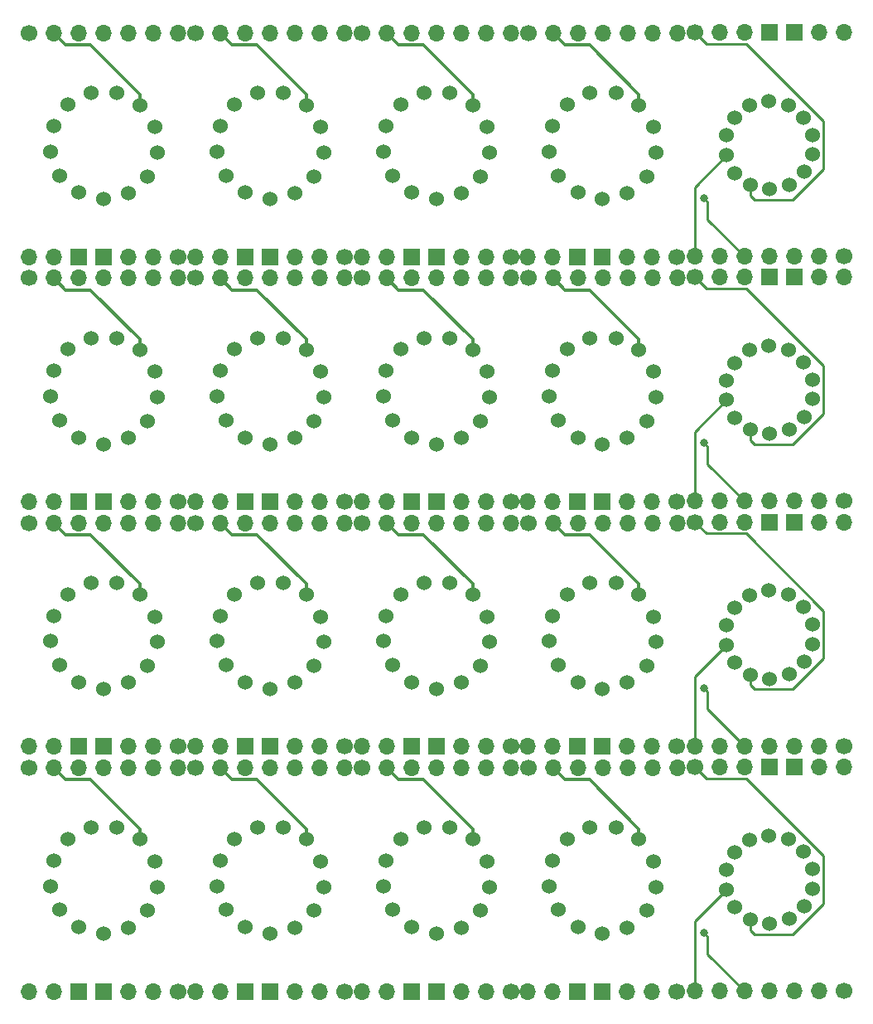
<source format=gbl>
G04 #@! TF.GenerationSoftware,KiCad,Pcbnew,(5.1.9)-1*
G04 #@! TF.CreationDate,2021-02-11T13:51:56+09:00*
G04 #@! TF.ProjectId,nixe-board-order,6e697865-2d62-46f6-9172-642d6f726465,rev?*
G04 #@! TF.SameCoordinates,Original*
G04 #@! TF.FileFunction,Copper,L2,Bot*
G04 #@! TF.FilePolarity,Positive*
%FSLAX46Y46*%
G04 Gerber Fmt 4.6, Leading zero omitted, Abs format (unit mm)*
G04 Created by KiCad (PCBNEW (5.1.9)-1) date 2021-02-11 13:51:56*
%MOMM*%
%LPD*%
G01*
G04 APERTURE LIST*
G04 #@! TA.AperFunction,ComponentPad*
%ADD10C,1.524000*%
G04 #@! TD*
G04 #@! TA.AperFunction,ComponentPad*
%ADD11C,1.700000*%
G04 #@! TD*
G04 #@! TA.AperFunction,ComponentPad*
%ADD12O,1.700000X1.700000*%
G04 #@! TD*
G04 #@! TA.AperFunction,ComponentPad*
%ADD13R,1.700000X1.700000*%
G04 #@! TD*
G04 #@! TA.AperFunction,ViaPad*
%ADD14C,0.800000*%
G04 #@! TD*
G04 #@! TA.AperFunction,Conductor*
%ADD15C,0.250000*%
G04 #@! TD*
G04 #@! TA.AperFunction,Conductor*
%ADD16C,0.300000*%
G04 #@! TD*
G04 APERTURE END LIST*
D10*
X31940000Y-121440000D03*
X33910000Y-119730000D03*
X34880000Y-117290000D03*
X34610000Y-114690000D03*
X33120000Y-112450000D03*
X30780000Y-111230000D03*
X28120000Y-111230000D03*
X25770000Y-112410000D03*
X24300000Y-114610000D03*
X23970000Y-117210000D03*
X24900000Y-119640000D03*
X26880000Y-121390000D03*
X29400000Y-122080000D03*
X31940000Y-96440000D03*
X33910000Y-94730000D03*
X34880000Y-92290000D03*
X34610000Y-89690000D03*
X33120000Y-87450000D03*
X30780000Y-86230000D03*
X28120000Y-86230000D03*
X25770000Y-87410000D03*
X24300000Y-89610000D03*
X23970000Y-92210000D03*
X24900000Y-94640000D03*
X26880000Y-96390000D03*
X29400000Y-97080000D03*
X31940000Y-71440000D03*
X33910000Y-69730000D03*
X34880000Y-67290000D03*
X34610000Y-64690000D03*
X33120000Y-62450000D03*
X30780000Y-61230000D03*
X28120000Y-61230000D03*
X25770000Y-62410000D03*
X24300000Y-64610000D03*
X23970000Y-67210000D03*
X24900000Y-69640000D03*
X26880000Y-71390000D03*
X29400000Y-72080000D03*
D11*
X37020000Y-127950000D03*
D12*
X34480000Y-127950000D03*
X31940000Y-127950000D03*
D13*
X29400000Y-127950000D03*
X26860000Y-127950000D03*
D12*
X24320000Y-127950000D03*
X21780000Y-127950000D03*
D11*
X37020000Y-102950000D03*
D12*
X34480000Y-102950000D03*
X31940000Y-102950000D03*
D13*
X29400000Y-102950000D03*
X26860000Y-102950000D03*
D12*
X24320000Y-102950000D03*
X21780000Y-102950000D03*
D11*
X37020000Y-77950000D03*
D12*
X34480000Y-77950000D03*
X31940000Y-77950000D03*
D13*
X29400000Y-77950000D03*
X26860000Y-77950000D03*
D12*
X24320000Y-77950000D03*
X21780000Y-77950000D03*
D11*
X89810000Y-105030000D03*
D12*
X92350000Y-105030000D03*
X94890000Y-105030000D03*
D13*
X97430000Y-105030000D03*
X99970000Y-105030000D03*
D12*
X102510000Y-105030000D03*
X105050000Y-105030000D03*
D11*
X89810000Y-80030000D03*
D12*
X92350000Y-80030000D03*
X94890000Y-80030000D03*
D13*
X97430000Y-80030000D03*
X99970000Y-80030000D03*
D12*
X102510000Y-80030000D03*
X105050000Y-80030000D03*
D11*
X89810000Y-55030000D03*
D12*
X92350000Y-55030000D03*
X94890000Y-55030000D03*
D13*
X97430000Y-55030000D03*
X99970000Y-55030000D03*
D12*
X102510000Y-55030000D03*
X105050000Y-55030000D03*
D10*
X97440000Y-121040000D03*
X95510000Y-120620000D03*
X93920000Y-119390000D03*
X93070000Y-117560000D03*
X93060000Y-115570000D03*
X93900000Y-113770000D03*
X95460000Y-112490000D03*
X97410000Y-112040000D03*
X99370000Y-112450000D03*
X100950000Y-113710000D03*
X101830000Y-115500000D03*
X101850000Y-117490000D03*
X101030000Y-119290000D03*
X99480000Y-120570000D03*
X97440000Y-96040000D03*
X95510000Y-95620000D03*
X93920000Y-94390000D03*
X93070000Y-92560000D03*
X93060000Y-90570000D03*
X93900000Y-88770000D03*
X95460000Y-87490000D03*
X97410000Y-87040000D03*
X99370000Y-87450000D03*
X100950000Y-88710000D03*
X101830000Y-90500000D03*
X101850000Y-92490000D03*
X101030000Y-94290000D03*
X99480000Y-95570000D03*
X97440000Y-71040000D03*
X95510000Y-70620000D03*
X93920000Y-69390000D03*
X93070000Y-67560000D03*
X93060000Y-65570000D03*
X93900000Y-63770000D03*
X95460000Y-62490000D03*
X97410000Y-62040000D03*
X99370000Y-62450000D03*
X100950000Y-63710000D03*
X101830000Y-65500000D03*
X101850000Y-67490000D03*
X101030000Y-69290000D03*
X99480000Y-70570000D03*
D11*
X21790000Y-105120000D03*
D12*
X24330000Y-105120000D03*
X26870000Y-105120000D03*
X29410000Y-105120000D03*
X31950000Y-105120000D03*
X34490000Y-105120000D03*
X37030000Y-105120000D03*
D11*
X21790000Y-80120000D03*
D12*
X24330000Y-80120000D03*
X26870000Y-80120000D03*
X29410000Y-80120000D03*
X31950000Y-80120000D03*
X34490000Y-80120000D03*
X37030000Y-80120000D03*
D11*
X21790000Y-55120000D03*
D12*
X24330000Y-55120000D03*
X26870000Y-55120000D03*
X29410000Y-55120000D03*
X31950000Y-55120000D03*
X34490000Y-55120000D03*
X37030000Y-55120000D03*
D11*
X105040000Y-127890000D03*
D12*
X102500000Y-127890000D03*
X99960000Y-127890000D03*
X97420000Y-127890000D03*
X94880000Y-127890000D03*
X92340000Y-127890000D03*
X89800000Y-127890000D03*
D11*
X105040000Y-102890000D03*
D12*
X102500000Y-102890000D03*
X99960000Y-102890000D03*
X97420000Y-102890000D03*
X94880000Y-102890000D03*
X92340000Y-102890000D03*
X89800000Y-102890000D03*
D11*
X105040000Y-77890000D03*
D12*
X102500000Y-77890000D03*
X99960000Y-77890000D03*
X97420000Y-77890000D03*
X94880000Y-77890000D03*
X92340000Y-77890000D03*
X89800000Y-77890000D03*
X54030000Y-105120000D03*
X51490000Y-105120000D03*
X48950000Y-105120000D03*
X46410000Y-105120000D03*
X43870000Y-105120000D03*
X41330000Y-105120000D03*
D11*
X38790000Y-105120000D03*
D12*
X54030000Y-80120000D03*
X51490000Y-80120000D03*
X48950000Y-80120000D03*
X46410000Y-80120000D03*
X43870000Y-80120000D03*
X41330000Y-80120000D03*
D11*
X38790000Y-80120000D03*
D12*
X54030000Y-55120000D03*
X51490000Y-55120000D03*
X48950000Y-55120000D03*
X46410000Y-55120000D03*
X43870000Y-55120000D03*
X41330000Y-55120000D03*
D11*
X38790000Y-55120000D03*
D12*
X71030000Y-105120000D03*
X68490000Y-105120000D03*
X65950000Y-105120000D03*
X63410000Y-105120000D03*
X60870000Y-105120000D03*
X58330000Y-105120000D03*
D11*
X55790000Y-105120000D03*
D12*
X71030000Y-80120000D03*
X68490000Y-80120000D03*
X65950000Y-80120000D03*
X63410000Y-80120000D03*
X60870000Y-80120000D03*
X58330000Y-80120000D03*
D11*
X55790000Y-80120000D03*
D12*
X71030000Y-55120000D03*
X68490000Y-55120000D03*
X65950000Y-55120000D03*
X63410000Y-55120000D03*
X60870000Y-55120000D03*
X58330000Y-55120000D03*
D11*
X55790000Y-55120000D03*
D12*
X38780000Y-127950000D03*
X41320000Y-127950000D03*
D13*
X43860000Y-127950000D03*
X46400000Y-127950000D03*
D12*
X48940000Y-127950000D03*
X51480000Y-127950000D03*
D11*
X54020000Y-127950000D03*
D12*
X38780000Y-102950000D03*
X41320000Y-102950000D03*
D13*
X43860000Y-102950000D03*
X46400000Y-102950000D03*
D12*
X48940000Y-102950000D03*
X51480000Y-102950000D03*
D11*
X54020000Y-102950000D03*
D12*
X38780000Y-77950000D03*
X41320000Y-77950000D03*
D13*
X43860000Y-77950000D03*
X46400000Y-77950000D03*
D12*
X48940000Y-77950000D03*
X51480000Y-77950000D03*
D11*
X54020000Y-77950000D03*
D12*
X55780000Y-127950000D03*
X58320000Y-127950000D03*
D13*
X60860000Y-127950000D03*
X63400000Y-127950000D03*
D12*
X65940000Y-127950000D03*
X68480000Y-127950000D03*
D11*
X71020000Y-127950000D03*
D12*
X55780000Y-102950000D03*
X58320000Y-102950000D03*
D13*
X60860000Y-102950000D03*
X63400000Y-102950000D03*
D12*
X65940000Y-102950000D03*
X68480000Y-102950000D03*
D11*
X71020000Y-102950000D03*
D12*
X55780000Y-77950000D03*
X58320000Y-77950000D03*
D13*
X60860000Y-77950000D03*
X63400000Y-77950000D03*
D12*
X65940000Y-77950000D03*
X68480000Y-77950000D03*
D11*
X71020000Y-77950000D03*
D12*
X72780000Y-127950000D03*
X75320000Y-127950000D03*
D13*
X77860000Y-127950000D03*
X80400000Y-127950000D03*
D12*
X82940000Y-127950000D03*
X85480000Y-127950000D03*
D11*
X88020000Y-127950000D03*
D12*
X72780000Y-102950000D03*
X75320000Y-102950000D03*
D13*
X77860000Y-102950000D03*
X80400000Y-102950000D03*
D12*
X82940000Y-102950000D03*
X85480000Y-102950000D03*
D11*
X88020000Y-102950000D03*
D12*
X72780000Y-77950000D03*
X75320000Y-77950000D03*
D13*
X77860000Y-77950000D03*
X80400000Y-77950000D03*
D12*
X82940000Y-77950000D03*
X85480000Y-77950000D03*
D11*
X88020000Y-77950000D03*
D10*
X80400000Y-122080000D03*
X77880000Y-121390000D03*
X75900000Y-119640000D03*
X74970000Y-117210000D03*
X75300000Y-114610000D03*
X76770000Y-112410000D03*
X79120000Y-111230000D03*
X81780000Y-111230000D03*
X84120000Y-112450000D03*
X85610000Y-114690000D03*
X85880000Y-117290000D03*
X84910000Y-119730000D03*
X82940000Y-121440000D03*
X80400000Y-97080000D03*
X77880000Y-96390000D03*
X75900000Y-94640000D03*
X74970000Y-92210000D03*
X75300000Y-89610000D03*
X76770000Y-87410000D03*
X79120000Y-86230000D03*
X81780000Y-86230000D03*
X84120000Y-87450000D03*
X85610000Y-89690000D03*
X85880000Y-92290000D03*
X84910000Y-94730000D03*
X82940000Y-96440000D03*
X80400000Y-72080000D03*
X77880000Y-71390000D03*
X75900000Y-69640000D03*
X74970000Y-67210000D03*
X75300000Y-64610000D03*
X76770000Y-62410000D03*
X79120000Y-61230000D03*
X81780000Y-61230000D03*
X84120000Y-62450000D03*
X85610000Y-64690000D03*
X85880000Y-67290000D03*
X84910000Y-69730000D03*
X82940000Y-71440000D03*
X46400000Y-122080000D03*
X43880000Y-121390000D03*
X41900000Y-119640000D03*
X40970000Y-117210000D03*
X41300000Y-114610000D03*
X42770000Y-112410000D03*
X45120000Y-111230000D03*
X47780000Y-111230000D03*
X50120000Y-112450000D03*
X51610000Y-114690000D03*
X51880000Y-117290000D03*
X50910000Y-119730000D03*
X48940000Y-121440000D03*
X46400000Y-97080000D03*
X43880000Y-96390000D03*
X41900000Y-94640000D03*
X40970000Y-92210000D03*
X41300000Y-89610000D03*
X42770000Y-87410000D03*
X45120000Y-86230000D03*
X47780000Y-86230000D03*
X50120000Y-87450000D03*
X51610000Y-89690000D03*
X51880000Y-92290000D03*
X50910000Y-94730000D03*
X48940000Y-96440000D03*
X46400000Y-72080000D03*
X43880000Y-71390000D03*
X41900000Y-69640000D03*
X40970000Y-67210000D03*
X41300000Y-64610000D03*
X42770000Y-62410000D03*
X45120000Y-61230000D03*
X47780000Y-61230000D03*
X50120000Y-62450000D03*
X51610000Y-64690000D03*
X51880000Y-67290000D03*
X50910000Y-69730000D03*
X48940000Y-71440000D03*
X63400000Y-122080000D03*
X60880000Y-121390000D03*
X58900000Y-119640000D03*
X57970000Y-117210000D03*
X58300000Y-114610000D03*
X59770000Y-112410000D03*
X62120000Y-111230000D03*
X64780000Y-111230000D03*
X67120000Y-112450000D03*
X68610000Y-114690000D03*
X68880000Y-117290000D03*
X67910000Y-119730000D03*
X65940000Y-121440000D03*
X63400000Y-97080000D03*
X60880000Y-96390000D03*
X58900000Y-94640000D03*
X57970000Y-92210000D03*
X58300000Y-89610000D03*
X59770000Y-87410000D03*
X62120000Y-86230000D03*
X64780000Y-86230000D03*
X67120000Y-87450000D03*
X68610000Y-89690000D03*
X68880000Y-92290000D03*
X67910000Y-94730000D03*
X65940000Y-96440000D03*
X63400000Y-72080000D03*
X60880000Y-71390000D03*
X58900000Y-69640000D03*
X57970000Y-67210000D03*
X58300000Y-64610000D03*
X59770000Y-62410000D03*
X62120000Y-61230000D03*
X64780000Y-61230000D03*
X67120000Y-62450000D03*
X68610000Y-64690000D03*
X68880000Y-67290000D03*
X67910000Y-69730000D03*
X65940000Y-71440000D03*
D12*
X88030000Y-105120000D03*
X85490000Y-105120000D03*
X82950000Y-105120000D03*
X80410000Y-105120000D03*
X77870000Y-105120000D03*
X75330000Y-105120000D03*
D11*
X72790000Y-105120000D03*
D12*
X88030000Y-80120000D03*
X85490000Y-80120000D03*
X82950000Y-80120000D03*
X80410000Y-80120000D03*
X77870000Y-80120000D03*
X75330000Y-80120000D03*
D11*
X72790000Y-80120000D03*
D12*
X88030000Y-55120000D03*
X85490000Y-55120000D03*
X82950000Y-55120000D03*
X80410000Y-55120000D03*
X77870000Y-55120000D03*
X75330000Y-55120000D03*
D11*
X72790000Y-55120000D03*
D10*
X82940000Y-46440000D03*
X84910000Y-44730000D03*
X85880000Y-42290000D03*
X85610000Y-39690000D03*
X84120000Y-37450000D03*
X81780000Y-36230000D03*
X79120000Y-36230000D03*
X76770000Y-37410000D03*
X75300000Y-39610000D03*
X74970000Y-42210000D03*
X75900000Y-44640000D03*
X77880000Y-46390000D03*
X80400000Y-47080000D03*
X65940000Y-46440000D03*
X67910000Y-44730000D03*
X68880000Y-42290000D03*
X68610000Y-39690000D03*
X67120000Y-37450000D03*
X64780000Y-36230000D03*
X62120000Y-36230000D03*
X59770000Y-37410000D03*
X58300000Y-39610000D03*
X57970000Y-42210000D03*
X58900000Y-44640000D03*
X60880000Y-46390000D03*
X63400000Y-47080000D03*
X48940000Y-46440000D03*
X50910000Y-44730000D03*
X51880000Y-42290000D03*
X51610000Y-39690000D03*
X50120000Y-37450000D03*
X47780000Y-36230000D03*
X45120000Y-36230000D03*
X42770000Y-37410000D03*
X41300000Y-39610000D03*
X40970000Y-42210000D03*
X41900000Y-44640000D03*
X43880000Y-46390000D03*
X46400000Y-47080000D03*
D11*
X88020000Y-52950000D03*
D12*
X85480000Y-52950000D03*
X82940000Y-52950000D03*
D13*
X80400000Y-52950000D03*
X77860000Y-52950000D03*
D12*
X75320000Y-52950000D03*
X72780000Y-52950000D03*
D11*
X71020000Y-52950000D03*
D12*
X68480000Y-52950000D03*
X65940000Y-52950000D03*
D13*
X63400000Y-52950000D03*
X60860000Y-52950000D03*
D12*
X58320000Y-52950000D03*
X55780000Y-52950000D03*
D11*
X54020000Y-52950000D03*
D12*
X51480000Y-52950000D03*
X48940000Y-52950000D03*
D13*
X46400000Y-52950000D03*
X43860000Y-52950000D03*
D12*
X41320000Y-52950000D03*
X38780000Y-52950000D03*
D11*
X72790000Y-30120000D03*
D12*
X75330000Y-30120000D03*
X77870000Y-30120000D03*
X80410000Y-30120000D03*
X82950000Y-30120000D03*
X85490000Y-30120000D03*
X88030000Y-30120000D03*
D11*
X55790000Y-30120000D03*
D12*
X58330000Y-30120000D03*
X60870000Y-30120000D03*
X63410000Y-30120000D03*
X65950000Y-30120000D03*
X68490000Y-30120000D03*
X71030000Y-30120000D03*
D11*
X38790000Y-30120000D03*
D12*
X41330000Y-30120000D03*
X43870000Y-30120000D03*
X46410000Y-30120000D03*
X48950000Y-30120000D03*
X51490000Y-30120000D03*
X54030000Y-30120000D03*
D10*
X29400000Y-47080000D03*
X26880000Y-46390000D03*
X24900000Y-44640000D03*
X23970000Y-42210000D03*
X24300000Y-39610000D03*
X25770000Y-37410000D03*
X28120000Y-36230000D03*
X30780000Y-36230000D03*
X33120000Y-37450000D03*
X34610000Y-39690000D03*
X34880000Y-42290000D03*
X33910000Y-44730000D03*
X31940000Y-46440000D03*
D12*
X21780000Y-52950000D03*
X24320000Y-52950000D03*
D13*
X26860000Y-52950000D03*
X29400000Y-52950000D03*
D12*
X31940000Y-52950000D03*
X34480000Y-52950000D03*
D11*
X37020000Y-52950000D03*
D12*
X37030000Y-30120000D03*
X34490000Y-30120000D03*
X31950000Y-30120000D03*
X29410000Y-30120000D03*
X26870000Y-30120000D03*
X24330000Y-30120000D03*
D11*
X21790000Y-30120000D03*
D12*
X89800000Y-52890000D03*
X92340000Y-52890000D03*
X94880000Y-52890000D03*
X97420000Y-52890000D03*
X99960000Y-52890000D03*
X102500000Y-52890000D03*
D11*
X105040000Y-52890000D03*
D12*
X105050000Y-30030000D03*
X102510000Y-30030000D03*
D13*
X99970000Y-30030000D03*
X97430000Y-30030000D03*
D12*
X94890000Y-30030000D03*
X92350000Y-30030000D03*
D11*
X89810000Y-30030000D03*
D10*
X99480000Y-45570000D03*
X101030000Y-44290000D03*
X101850000Y-42490000D03*
X101830000Y-40500000D03*
X100950000Y-38710000D03*
X99370000Y-37450000D03*
X97410000Y-37040000D03*
X95460000Y-37490000D03*
X93900000Y-38770000D03*
X93060000Y-40570000D03*
X93070000Y-42560000D03*
X93920000Y-44390000D03*
X95510000Y-45620000D03*
X97440000Y-46040000D03*
D14*
X90750000Y-46970000D03*
X90750000Y-71970000D03*
X90750000Y-96970000D03*
X90750000Y-121970000D03*
D15*
X90985001Y-31205001D02*
X89810000Y-30030000D01*
X95053763Y-31205001D02*
X90985001Y-31205001D01*
X102937001Y-43991761D02*
X102937001Y-39088239D01*
X102937001Y-39088239D02*
X95053763Y-31205001D01*
X99801761Y-47127001D02*
X102937001Y-43991761D01*
X95939371Y-47127001D02*
X99801761Y-47127001D01*
X95510000Y-46697630D02*
X95939371Y-47127001D01*
X95510000Y-45620000D02*
X95510000Y-46697630D01*
X99801761Y-72127001D02*
X102937001Y-68991761D01*
X99801761Y-97127001D02*
X102937001Y-93991761D01*
X99801761Y-122127001D02*
X102937001Y-118991761D01*
X95053763Y-56205001D02*
X90985001Y-56205001D01*
X95053763Y-81205001D02*
X90985001Y-81205001D01*
X95053763Y-106205001D02*
X90985001Y-106205001D01*
X95939371Y-72127001D02*
X99801761Y-72127001D01*
X95939371Y-97127001D02*
X99801761Y-97127001D01*
X95939371Y-122127001D02*
X99801761Y-122127001D01*
X95510000Y-71697630D02*
X95939371Y-72127001D01*
X95510000Y-96697630D02*
X95939371Y-97127001D01*
X95510000Y-121697630D02*
X95939371Y-122127001D01*
X95510000Y-70620000D02*
X95510000Y-71697630D01*
X95510000Y-95620000D02*
X95510000Y-96697630D01*
X95510000Y-120620000D02*
X95510000Y-121697630D01*
X102937001Y-68991761D02*
X102937001Y-64088239D01*
X102937001Y-93991761D02*
X102937001Y-89088239D01*
X102937001Y-118991761D02*
X102937001Y-114088239D01*
X102937001Y-64088239D02*
X95053763Y-56205001D01*
X102937001Y-89088239D02*
X95053763Y-81205001D01*
X102937001Y-114088239D02*
X95053763Y-106205001D01*
X90985001Y-56205001D02*
X89810000Y-55030000D01*
X90985001Y-81205001D02*
X89810000Y-80030000D01*
X90985001Y-106205001D02*
X89810000Y-105030000D01*
X89800000Y-45830000D02*
X89800000Y-52890000D01*
X93070000Y-42560000D02*
X89800000Y-45830000D01*
X93070000Y-67560000D02*
X89800000Y-70830000D01*
X93070000Y-92560000D02*
X89800000Y-95830000D01*
X93070000Y-117560000D02*
X89800000Y-120830000D01*
X89800000Y-70830000D02*
X89800000Y-77890000D01*
X89800000Y-95830000D02*
X89800000Y-102890000D01*
X89800000Y-120830000D02*
X89800000Y-127890000D01*
X91149999Y-49159999D02*
X94880000Y-52890000D01*
X91149999Y-47369999D02*
X91149999Y-49159999D01*
X90750000Y-46970000D02*
X91149999Y-47369999D01*
X90750000Y-71970000D02*
X91149999Y-72369999D01*
X90750000Y-96970000D02*
X91149999Y-97369999D01*
X90750000Y-121970000D02*
X91149999Y-122369999D01*
X91149999Y-74159999D02*
X94880000Y-77890000D01*
X91149999Y-99159999D02*
X94880000Y-102890000D01*
X91149999Y-124159999D02*
X94880000Y-127890000D01*
X91149999Y-72369999D02*
X91149999Y-74159999D01*
X91149999Y-97369999D02*
X91149999Y-99159999D01*
X91149999Y-122369999D02*
X91149999Y-124159999D01*
D16*
X25530001Y-31320001D02*
X24330000Y-30120000D01*
X28067631Y-31320001D02*
X25530001Y-31320001D01*
X33120000Y-36372370D02*
X28067631Y-31320001D01*
X33120000Y-37450000D02*
X33120000Y-36372370D01*
X42530001Y-31320001D02*
X41330000Y-30120000D01*
X59530001Y-31320001D02*
X58330000Y-30120000D01*
X76530001Y-31320001D02*
X75330000Y-30120000D01*
X50120000Y-36372370D02*
X45067631Y-31320001D01*
X67120000Y-36372370D02*
X62067631Y-31320001D01*
X84120000Y-36372370D02*
X79067631Y-31320001D01*
X50120000Y-37450000D02*
X50120000Y-36372370D01*
X67120000Y-37450000D02*
X67120000Y-36372370D01*
X84120000Y-37450000D02*
X84120000Y-36372370D01*
X45067631Y-31320001D02*
X42530001Y-31320001D01*
X62067631Y-31320001D02*
X59530001Y-31320001D01*
X79067631Y-31320001D02*
X76530001Y-31320001D01*
X84120000Y-62450000D02*
X84120000Y-61372370D01*
X84120000Y-87450000D02*
X84120000Y-86372370D01*
X84120000Y-112450000D02*
X84120000Y-111372370D01*
X67120000Y-62450000D02*
X67120000Y-61372370D01*
X67120000Y-87450000D02*
X67120000Y-86372370D01*
X67120000Y-112450000D02*
X67120000Y-111372370D01*
X28067631Y-56320001D02*
X25530001Y-56320001D01*
X28067631Y-81320001D02*
X25530001Y-81320001D01*
X28067631Y-106320001D02*
X25530001Y-106320001D01*
X33120000Y-61372370D02*
X28067631Y-56320001D01*
X33120000Y-86372370D02*
X28067631Y-81320001D01*
X33120000Y-111372370D02*
X28067631Y-106320001D01*
X42530001Y-56320001D02*
X41330000Y-55120000D01*
X42530001Y-81320001D02*
X41330000Y-80120000D01*
X42530001Y-106320001D02*
X41330000Y-105120000D01*
X84120000Y-61372370D02*
X79067631Y-56320001D01*
X84120000Y-86372370D02*
X79067631Y-81320001D01*
X84120000Y-111372370D02*
X79067631Y-106320001D01*
X50120000Y-61372370D02*
X45067631Y-56320001D01*
X50120000Y-86372370D02*
X45067631Y-81320001D01*
X50120000Y-111372370D02*
X45067631Y-106320001D01*
X45067631Y-56320001D02*
X42530001Y-56320001D01*
X45067631Y-81320001D02*
X42530001Y-81320001D01*
X45067631Y-106320001D02*
X42530001Y-106320001D01*
X79067631Y-56320001D02*
X76530001Y-56320001D01*
X79067631Y-81320001D02*
X76530001Y-81320001D01*
X79067631Y-106320001D02*
X76530001Y-106320001D01*
X33120000Y-62450000D02*
X33120000Y-61372370D01*
X33120000Y-87450000D02*
X33120000Y-86372370D01*
X33120000Y-112450000D02*
X33120000Y-111372370D01*
X59530001Y-56320001D02*
X58330000Y-55120000D01*
X59530001Y-81320001D02*
X58330000Y-80120000D01*
X59530001Y-106320001D02*
X58330000Y-105120000D01*
X50120000Y-62450000D02*
X50120000Y-61372370D01*
X50120000Y-87450000D02*
X50120000Y-86372370D01*
X50120000Y-112450000D02*
X50120000Y-111372370D01*
X25530001Y-56320001D02*
X24330000Y-55120000D01*
X25530001Y-81320001D02*
X24330000Y-80120000D01*
X25530001Y-106320001D02*
X24330000Y-105120000D01*
X62067631Y-56320001D02*
X59530001Y-56320001D01*
X62067631Y-81320001D02*
X59530001Y-81320001D01*
X62067631Y-106320001D02*
X59530001Y-106320001D01*
X76530001Y-56320001D02*
X75330000Y-55120000D01*
X76530001Y-81320001D02*
X75330000Y-80120000D01*
X76530001Y-106320001D02*
X75330000Y-105120000D01*
X67120000Y-61372370D02*
X62067631Y-56320001D01*
X67120000Y-86372370D02*
X62067631Y-81320001D01*
X67120000Y-111372370D02*
X62067631Y-106320001D01*
M02*

</source>
